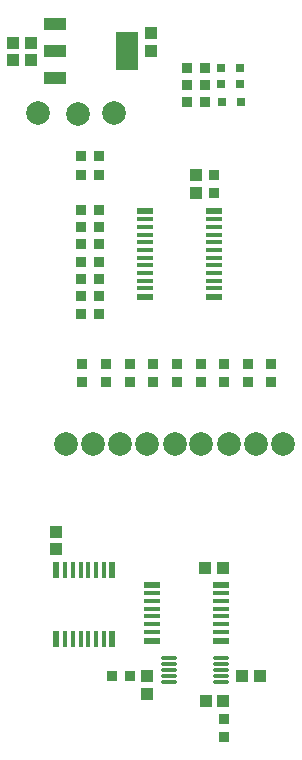
<source format=gtp>
G04*
G04 #@! TF.GenerationSoftware,Altium Limited,Altium Designer,20.2.6 (244)*
G04*
G04 Layer_Color=8421504*
%FSLAX25Y25*%
%MOIN*%
G70*
G04*
G04 #@! TF.SameCoordinates,5CDB893B-C90A-4E4D-8252-5211010A0FC4*
G04*
G04*
G04 #@! TF.FilePolarity,Positive*
G04*
G01*
G75*
%ADD17O,0.05709X0.01181*%
%ADD18R,0.04134X0.03937*%
%ADD19R,0.03347X0.03543*%
%ADD20R,0.03937X0.04134*%
%ADD21R,0.03543X0.03347*%
%ADD22R,0.05315X0.02362*%
%ADD23R,0.05315X0.01575*%
%ADD24C,0.07874*%
%ADD25R,0.07284X0.12598*%
%ADD26R,0.07284X0.03937*%
%ADD27R,0.03150X0.03150*%
%ADD28R,0.02362X0.05315*%
%ADD29R,0.01575X0.05315*%
D17*
X110748Y196299D02*
D03*
Y194331D02*
D03*
Y192362D02*
D03*
Y190394D02*
D03*
Y188425D02*
D03*
X128071Y196299D02*
D03*
Y194331D02*
D03*
Y192362D02*
D03*
Y190394D02*
D03*
Y188425D02*
D03*
D18*
X128898Y181968D02*
D03*
X122992D02*
D03*
X135118Y190315D02*
D03*
X141024D02*
D03*
X122835Y226299D02*
D03*
X128740D02*
D03*
D19*
X97697Y190433D02*
D03*
X91594D02*
D03*
X87382Y345630D02*
D03*
X81279D02*
D03*
Y328465D02*
D03*
X87382D02*
D03*
X81279Y334173D02*
D03*
X87382D02*
D03*
X81279Y316850D02*
D03*
X87382D02*
D03*
X81279Y339921D02*
D03*
X87382D02*
D03*
X81279Y311142D02*
D03*
X87382D02*
D03*
Y322756D02*
D03*
X81279D02*
D03*
X122736Y393071D02*
D03*
X116634D02*
D03*
X116673Y387362D02*
D03*
X122776D02*
D03*
X116713Y381614D02*
D03*
X122815D02*
D03*
D20*
X103543Y184331D02*
D03*
Y190236D02*
D03*
X119685Y357185D02*
D03*
Y351279D02*
D03*
X64882Y401457D02*
D03*
Y395551D02*
D03*
X58780Y395551D02*
D03*
Y401457D02*
D03*
X73110Y232559D02*
D03*
Y238465D02*
D03*
X104685Y404646D02*
D03*
Y398740D02*
D03*
D21*
X129055Y176142D02*
D03*
Y170039D02*
D03*
X81457Y357441D02*
D03*
Y363543D02*
D03*
X125591Y357283D02*
D03*
Y351181D02*
D03*
X87244Y357441D02*
D03*
Y363543D02*
D03*
X113386Y294488D02*
D03*
X105512D02*
D03*
X97638D02*
D03*
X89764D02*
D03*
X81890D02*
D03*
Y288386D02*
D03*
X89764D02*
D03*
X97638D02*
D03*
X105512D02*
D03*
X113386D02*
D03*
X121260Y288248D02*
D03*
Y294350D02*
D03*
X129134Y288248D02*
D03*
Y294350D02*
D03*
X137008Y288248D02*
D03*
Y294350D02*
D03*
X144882D02*
D03*
Y288248D02*
D03*
D22*
X128169Y202106D02*
D03*
X105138Y220807D02*
D03*
X128169D02*
D03*
X105138Y202106D02*
D03*
X102618Y345492D02*
D03*
Y316555D02*
D03*
X125650Y345492D02*
D03*
Y316555D02*
D03*
D23*
X128169Y205059D02*
D03*
Y207618D02*
D03*
Y210177D02*
D03*
Y212736D02*
D03*
Y215295D02*
D03*
Y217854D02*
D03*
X105138Y205059D02*
D03*
Y207618D02*
D03*
Y210177D02*
D03*
Y212736D02*
D03*
Y215295D02*
D03*
Y217854D02*
D03*
X125650Y319508D02*
D03*
Y322067D02*
D03*
Y327185D02*
D03*
Y329744D02*
D03*
X102618Y339980D02*
D03*
Y342539D02*
D03*
Y337421D02*
D03*
Y334862D02*
D03*
Y322067D02*
D03*
Y332303D02*
D03*
Y329744D02*
D03*
Y327185D02*
D03*
Y324626D02*
D03*
Y319508D02*
D03*
X125650Y342539D02*
D03*
Y339980D02*
D03*
Y337421D02*
D03*
Y334862D02*
D03*
Y332303D02*
D03*
Y324626D02*
D03*
D24*
X92520Y377953D02*
D03*
X66929D02*
D03*
X80276Y377795D02*
D03*
X85433Y267795D02*
D03*
X121575Y267795D02*
D03*
X130748D02*
D03*
X103543Y267795D02*
D03*
X112598D02*
D03*
X76378Y267795D02*
D03*
X94488D02*
D03*
X139764Y267795D02*
D03*
X148819D02*
D03*
D25*
X96909Y398701D02*
D03*
D26*
X72697Y389646D02*
D03*
Y398701D02*
D03*
Y407756D02*
D03*
D27*
X128504Y381614D02*
D03*
X134803D02*
D03*
X128189Y387559D02*
D03*
X134488D02*
D03*
X128150Y393071D02*
D03*
X134449D02*
D03*
D28*
X91890Y225630D02*
D03*
X73189Y202599D02*
D03*
Y225630D02*
D03*
X91890Y202599D02*
D03*
D29*
X88937Y225630D02*
D03*
X86378D02*
D03*
X83819D02*
D03*
X81260D02*
D03*
X78701D02*
D03*
X76142D02*
D03*
X88937Y202599D02*
D03*
X86378D02*
D03*
X83819D02*
D03*
X81260D02*
D03*
X78701D02*
D03*
X76142D02*
D03*
M02*

</source>
